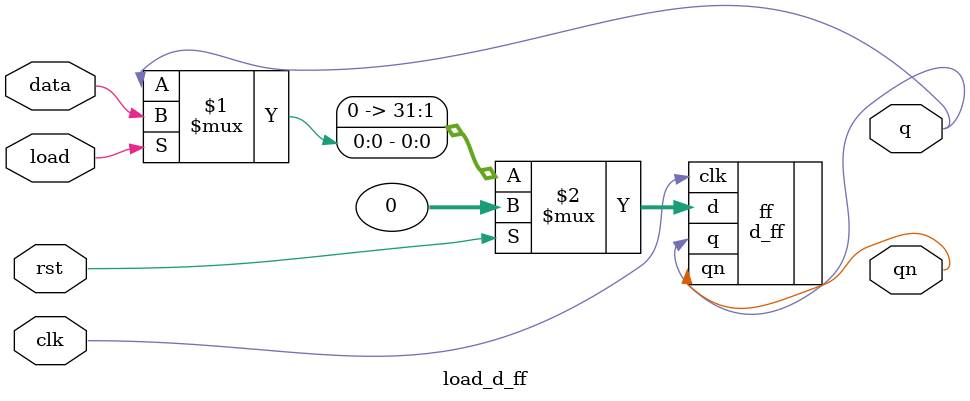
<source format=v>
module load_d_ff(
	input clk, rst,
	input data, load,
	output q, qn
);

	d_ff ff(
		.d  (rst?0:(load?data:q)),
		.clk(clk),
		.q  (q),
		.qn (qn)
	);

endmodule
</source>
